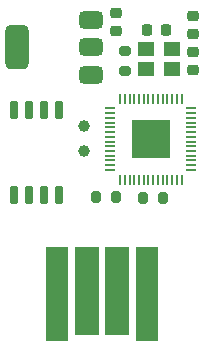
<source format=gbr>
%TF.GenerationSoftware,KiCad,Pcbnew,8.0.2-1*%
%TF.CreationDate,2024-05-28T17:37:15-06:00*%
%TF.ProjectId,magicreceiver,6d616769-6372-4656-9365-697665722e6b,rev?*%
%TF.SameCoordinates,Original*%
%TF.FileFunction,Soldermask,Top*%
%TF.FilePolarity,Negative*%
%FSLAX46Y46*%
G04 Gerber Fmt 4.6, Leading zero omitted, Abs format (unit mm)*
G04 Created by KiCad (PCBNEW 8.0.2-1) date 2024-05-28 17:37:15*
%MOMM*%
%LPD*%
G01*
G04 APERTURE LIST*
G04 Aperture macros list*
%AMRoundRect*
0 Rectangle with rounded corners*
0 $1 Rounding radius*
0 $2 $3 $4 $5 $6 $7 $8 $9 X,Y pos of 4 corners*
0 Add a 4 corners polygon primitive as box body*
4,1,4,$2,$3,$4,$5,$6,$7,$8,$9,$2,$3,0*
0 Add four circle primitives for the rounded corners*
1,1,$1+$1,$2,$3*
1,1,$1+$1,$4,$5*
1,1,$1+$1,$6,$7*
1,1,$1+$1,$8,$9*
0 Add four rect primitives between the rounded corners*
20,1,$1+$1,$2,$3,$4,$5,0*
20,1,$1+$1,$4,$5,$6,$7,0*
20,1,$1+$1,$6,$7,$8,$9,0*
20,1,$1+$1,$8,$9,$2,$3,0*%
G04 Aperture macros list end*
%ADD10RoundRect,0.200000X-0.275000X0.200000X-0.275000X-0.200000X0.275000X-0.200000X0.275000X0.200000X0*%
%ADD11RoundRect,0.225000X-0.250000X0.225000X-0.250000X-0.225000X0.250000X-0.225000X0.250000X0.225000X0*%
%ADD12RoundRect,0.150000X0.150000X-0.650000X0.150000X0.650000X-0.150000X0.650000X-0.150000X-0.650000X0*%
%ADD13RoundRect,0.225000X0.250000X-0.225000X0.250000X0.225000X-0.250000X0.225000X-0.250000X-0.225000X0*%
%ADD14RoundRect,0.225000X0.225000X0.250000X-0.225000X0.250000X-0.225000X-0.250000X0.225000X-0.250000X0*%
%ADD15C,1.000000*%
%ADD16RoundRect,0.050000X0.387500X0.050000X-0.387500X0.050000X-0.387500X-0.050000X0.387500X-0.050000X0*%
%ADD17RoundRect,0.050000X0.050000X0.387500X-0.050000X0.387500X-0.050000X-0.387500X0.050000X-0.387500X0*%
%ADD18R,3.200000X3.200000*%
%ADD19RoundRect,0.375000X0.625000X0.375000X-0.625000X0.375000X-0.625000X-0.375000X0.625000X-0.375000X0*%
%ADD20RoundRect,0.500000X0.500000X1.400000X-0.500000X1.400000X-0.500000X-1.400000X0.500000X-1.400000X0*%
%ADD21RoundRect,0.200000X-0.200000X-0.275000X0.200000X-0.275000X0.200000X0.275000X-0.200000X0.275000X0*%
%ADD22R,1.400000X1.200000*%
%ADD23R,1.900000X8.000000*%
%ADD24R,2.000000X7.500000*%
G04 APERTURE END LIST*
D10*
%TO.C,R3*%
X125524200Y-146940000D03*
X125524200Y-148590000D03*
%TD*%
D11*
%TO.C,C17*%
X124764800Y-143700200D03*
X124764800Y-145250200D03*
%TD*%
D12*
%TO.C,U2*%
X116179600Y-159105600D03*
X117449600Y-159105600D03*
X118719600Y-159105600D03*
X119989600Y-159105600D03*
X119989600Y-151905600D03*
X118719600Y-151905600D03*
X117449600Y-151905600D03*
X116179600Y-151905600D03*
%TD*%
D13*
%TO.C,C16*%
X131318000Y-145504200D03*
X131318000Y-143954200D03*
%TD*%
D14*
%TO.C,C2*%
X129004600Y-145084800D03*
X127454600Y-145084800D03*
%TD*%
D15*
%TO.C,TP4*%
X122072400Y-153263600D03*
%TD*%
D16*
%TO.C,U1*%
X131176000Y-156972000D03*
X131176000Y-156572000D03*
X131176000Y-156172000D03*
X131176000Y-155772000D03*
X131176000Y-155372000D03*
X131176000Y-154972000D03*
X131176000Y-154572000D03*
X131176000Y-154172000D03*
X131176000Y-153772000D03*
X131176000Y-153372000D03*
X131176000Y-152972000D03*
X131176000Y-152572000D03*
X131176000Y-152172000D03*
X131176000Y-151772000D03*
D17*
X130338500Y-150934500D03*
X129938500Y-150934500D03*
X129538500Y-150934500D03*
X129138500Y-150934500D03*
X128738500Y-150934500D03*
X128338500Y-150934500D03*
X127938500Y-150934500D03*
X127538500Y-150934500D03*
X127138500Y-150934500D03*
X126738500Y-150934500D03*
X126338500Y-150934500D03*
X125938500Y-150934500D03*
X125538500Y-150934500D03*
X125138500Y-150934500D03*
D16*
X124301000Y-151772000D03*
X124301000Y-152172000D03*
X124301000Y-152572000D03*
X124301000Y-152972000D03*
X124301000Y-153372000D03*
X124301000Y-153772000D03*
X124301000Y-154172000D03*
X124301000Y-154572000D03*
X124301000Y-154972000D03*
X124301000Y-155372000D03*
X124301000Y-155772000D03*
X124301000Y-156172000D03*
X124301000Y-156572000D03*
X124301000Y-156972000D03*
D17*
X125138500Y-157809500D03*
X125538500Y-157809500D03*
X125938500Y-157809500D03*
X126338500Y-157809500D03*
X126738500Y-157809500D03*
X127138500Y-157809500D03*
X127538500Y-157809500D03*
X127938500Y-157809500D03*
X128338500Y-157809500D03*
X128738500Y-157809500D03*
X129138500Y-157809500D03*
X129538500Y-157809500D03*
X129938500Y-157809500D03*
X130338500Y-157809500D03*
D18*
X127738500Y-154372000D03*
%TD*%
D15*
%TO.C,TP3*%
X122072400Y-155346400D03*
%TD*%
D19*
%TO.C,U3*%
X122682400Y-148896700D03*
X122682400Y-146596700D03*
D20*
X116382400Y-146596700D03*
D19*
X122682400Y-144296700D03*
%TD*%
D21*
%TO.C,R1*%
X127101600Y-159359600D03*
X128751600Y-159359600D03*
%TD*%
%TO.C,R2*%
X123140200Y-159258000D03*
X124790200Y-159258000D03*
%TD*%
D22*
%TO.C,Y1*%
X129527600Y-146735800D03*
X127327600Y-146735800D03*
X127327600Y-148435800D03*
X129527600Y-148435800D03*
%TD*%
D11*
%TO.C,C1*%
X131315400Y-147002200D03*
X131315400Y-148552200D03*
%TD*%
D23*
%TO.C,J3*%
X127421400Y-167513000D03*
D24*
X124911400Y-167263000D03*
X122311400Y-167263000D03*
D23*
X119801400Y-167513000D03*
%TD*%
M02*

</source>
